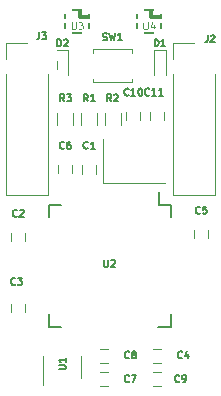
<source format=gto>
G04 #@! TF.GenerationSoftware,KiCad,Pcbnew,(6.0.0-rc1-dev-1248-ged6c68a1e)*
G04 #@! TF.CreationDate,2018-11-30T22:55:46-05:00*
G04 #@! TF.ProjectId,cuttle2fish,63757474-6c65-4326-9669-73682e6b6963,rev?*
G04 #@! TF.SameCoordinates,Original*
G04 #@! TF.FileFunction,Legend,Top*
G04 #@! TF.FilePolarity,Positive*
%FSLAX46Y46*%
G04 Gerber Fmt 4.6, Leading zero omitted, Abs format (unit mm)*
G04 Created by KiCad (PCBNEW (6.0.0-rc1-dev-1248-ged6c68a1e)) date 11/30/2018 10:55:46 PM*
%MOMM*%
%LPD*%
G01*
G04 APERTURE LIST*
%ADD10C,0.150000*%
%ADD11C,0.120000*%
%ADD12C,0.350000*%
%ADD13C,0.074930*%
%ADD14R,0.352000X1.102000*%
%ADD15R,1.102000X0.352000*%
%ADD16R,1.002000X1.802000*%
%ADD17R,0.752000X1.162000*%
%ADD18R,1.702000X1.402000*%
%ADD19R,2.002000X8.102000*%
%ADD20R,2.102000X7.602000*%
%ADD21R,0.902000X0.602000*%
%ADD22R,0.902000X0.402000*%
%ADD23R,1.002000X0.602000*%
%ADD24R,3.102000X1.802000*%
%ADD25R,0.902000X0.902000*%
%ADD26R,0.852000X0.902000*%
%ADD27R,0.902000X0.852000*%
G04 APERTURE END LIST*
D10*
G04 #@! TO.C,U2*
X117425000Y-69755000D02*
X116425000Y-69755000D01*
X117425000Y-80105000D02*
X116350000Y-80105000D01*
X107075000Y-80105000D02*
X108150000Y-80105000D01*
X107075000Y-69755000D02*
X108150000Y-69755000D01*
X117425000Y-69755000D02*
X117425000Y-70830000D01*
X107075000Y-69755000D02*
X107075000Y-70830000D01*
X107075000Y-80105000D02*
X107075000Y-79030000D01*
X117425000Y-80105000D02*
X117425000Y-79030000D01*
X116425000Y-69755000D02*
X116425000Y-68730000D01*
D11*
G04 #@! TO.C,SW1*
X110850000Y-59400000D02*
X110850000Y-59100000D01*
X114150000Y-59400000D02*
X110850000Y-59400000D01*
X114150000Y-59100000D02*
X114150000Y-59400000D01*
X110850000Y-56600000D02*
X110850000Y-56900000D01*
X114150000Y-56600000D02*
X110850000Y-56600000D01*
X114150000Y-56900000D02*
X114150000Y-56600000D01*
G04 #@! TO.C,U1*
X106640000Y-82600000D02*
X106640000Y-85050000D01*
X109860000Y-84400000D02*
X109860000Y-82600000D01*
G04 #@! TO.C,Y1*
X111650000Y-67890000D02*
X116950000Y-67890000D01*
X111650000Y-64190000D02*
X111650000Y-67890000D01*
D12*
G04 #@! TO.C,U4*
X116470000Y-53850000D02*
X115770000Y-53850000D01*
X115770000Y-53850000D02*
X115770000Y-53350000D01*
D10*
X114570000Y-53250000D02*
X116570000Y-53250000D01*
X116570000Y-53250000D02*
X116570000Y-55250000D01*
X116570000Y-55250000D02*
X114570000Y-55250000D01*
X114570000Y-55250000D02*
X114570000Y-53250000D01*
D12*
G04 #@! TO.C,U3*
X110400000Y-53850000D02*
X109700000Y-53850000D01*
X109700000Y-53850000D02*
X109700000Y-53350000D01*
D10*
X108500000Y-53250000D02*
X110500000Y-53250000D01*
X110500000Y-53250000D02*
X110500000Y-55250000D01*
X110500000Y-55250000D02*
X108500000Y-55250000D01*
X108500000Y-55250000D02*
X108500000Y-53250000D01*
D11*
G04 #@! TO.C,R3*
X107820000Y-63000000D02*
X107820000Y-62000000D01*
X109180000Y-62000000D02*
X109180000Y-63000000D01*
G04 #@! TO.C,R2*
X111820000Y-63000000D02*
X111820000Y-62000000D01*
X113180000Y-62000000D02*
X113180000Y-63000000D01*
G04 #@! TO.C,R1*
X109820000Y-63000000D02*
X109820000Y-62000000D01*
X111180000Y-62000000D02*
X111180000Y-63000000D01*
G04 #@! TO.C,J3*
X103472000Y-56090000D02*
X105250000Y-56090000D01*
X103472000Y-57420000D02*
X103472000Y-56090000D01*
X107028000Y-58690000D02*
X107028000Y-68910000D01*
X103472000Y-58690000D02*
X103472000Y-68910000D01*
X103472000Y-68910000D02*
X107028000Y-68910000D01*
G04 #@! TO.C,J2*
X117602000Y-56090000D02*
X119380000Y-56090000D01*
X117602000Y-57420000D02*
X117602000Y-56090000D01*
X121158000Y-58690000D02*
X121158000Y-68910000D01*
X117602000Y-58690000D02*
X117602000Y-68910000D01*
X117602000Y-68910000D02*
X121158000Y-68910000D01*
G04 #@! TO.C,D2*
X108750000Y-56700000D02*
X108750000Y-58800000D01*
X107750000Y-56700000D02*
X107750000Y-58800000D01*
X108750000Y-56700000D02*
X107750000Y-56700000D01*
G04 #@! TO.C,D1*
X117000000Y-56700000D02*
X117000000Y-58800000D01*
X116000000Y-56700000D02*
X116000000Y-58800000D01*
X117000000Y-56700000D02*
X116000000Y-56700000D01*
G04 #@! TO.C,C11*
X115650000Y-62600000D02*
X115650000Y-61900000D01*
X116850000Y-61900000D02*
X116850000Y-62600000D01*
G04 #@! TO.C,C10*
X113650000Y-62600000D02*
X113650000Y-61900000D01*
X114850000Y-61900000D02*
X114850000Y-62600000D01*
G04 #@! TO.C,C9*
X116600000Y-85100000D02*
X115900000Y-85100000D01*
X115900000Y-83900000D02*
X116600000Y-83900000D01*
G04 #@! TO.C,C8*
X111410000Y-81950000D02*
X112110000Y-81950000D01*
X112110000Y-83150000D02*
X111410000Y-83150000D01*
G04 #@! TO.C,C7*
X111410000Y-83900000D02*
X112110000Y-83900000D01*
X112110000Y-85100000D02*
X111410000Y-85100000D01*
G04 #@! TO.C,C6*
X109100000Y-66400000D02*
X109100000Y-67100000D01*
X107900000Y-67100000D02*
X107900000Y-66400000D01*
G04 #@! TO.C,C5*
X120600000Y-71900000D02*
X120600000Y-72600000D01*
X119400000Y-72600000D02*
X119400000Y-71900000D01*
G04 #@! TO.C,C4*
X116600000Y-83150000D02*
X115900000Y-83150000D01*
X115900000Y-81950000D02*
X116600000Y-81950000D01*
G04 #@! TO.C,C3*
X103900000Y-78850000D02*
X103900000Y-78150000D01*
X105100000Y-78150000D02*
X105100000Y-78850000D01*
G04 #@! TO.C,C2*
X103900000Y-72850000D02*
X103900000Y-72150000D01*
X105100000Y-72150000D02*
X105100000Y-72850000D01*
G04 #@! TO.C,C1*
X109900000Y-67140000D02*
X109900000Y-66440000D01*
X111100000Y-66440000D02*
X111100000Y-67140000D01*
G04 #@! TO.C,U2*
D10*
X111782857Y-74421428D02*
X111782857Y-74907142D01*
X111811428Y-74964285D01*
X111840000Y-74992857D01*
X111897142Y-75021428D01*
X112011428Y-75021428D01*
X112068571Y-74992857D01*
X112097142Y-74964285D01*
X112125714Y-74907142D01*
X112125714Y-74421428D01*
X112382857Y-74478571D02*
X112411428Y-74450000D01*
X112468571Y-74421428D01*
X112611428Y-74421428D01*
X112668571Y-74450000D01*
X112697142Y-74478571D01*
X112725714Y-74535714D01*
X112725714Y-74592857D01*
X112697142Y-74678571D01*
X112354285Y-75021428D01*
X112725714Y-75021428D01*
G04 #@! TO.C,SW1*
X111670000Y-55822857D02*
X111755714Y-55851428D01*
X111898571Y-55851428D01*
X111955714Y-55822857D01*
X111984285Y-55794285D01*
X112012857Y-55737142D01*
X112012857Y-55680000D01*
X111984285Y-55622857D01*
X111955714Y-55594285D01*
X111898571Y-55565714D01*
X111784285Y-55537142D01*
X111727142Y-55508571D01*
X111698571Y-55480000D01*
X111670000Y-55422857D01*
X111670000Y-55365714D01*
X111698571Y-55308571D01*
X111727142Y-55280000D01*
X111784285Y-55251428D01*
X111927142Y-55251428D01*
X112012857Y-55280000D01*
X112212857Y-55251428D02*
X112355714Y-55851428D01*
X112470000Y-55422857D01*
X112584285Y-55851428D01*
X112727142Y-55251428D01*
X113270000Y-55851428D02*
X112927142Y-55851428D01*
X113098571Y-55851428D02*
X113098571Y-55251428D01*
X113041428Y-55337142D01*
X112984285Y-55394285D01*
X112927142Y-55422857D01*
G04 #@! TO.C,U1*
X107921428Y-83707142D02*
X108407142Y-83707142D01*
X108464285Y-83678571D01*
X108492857Y-83650000D01*
X108521428Y-83592857D01*
X108521428Y-83478571D01*
X108492857Y-83421428D01*
X108464285Y-83392857D01*
X108407142Y-83364285D01*
X107921428Y-83364285D01*
X108521428Y-82764285D02*
X108521428Y-83107142D01*
X108521428Y-82935714D02*
X107921428Y-82935714D01*
X108007142Y-82992857D01*
X108064285Y-83050000D01*
X108092857Y-83107142D01*
G04 #@! TO.C,U4*
D13*
X115112857Y-54321428D02*
X115112857Y-54807142D01*
X115141428Y-54864285D01*
X115170000Y-54892857D01*
X115227142Y-54921428D01*
X115341428Y-54921428D01*
X115398571Y-54892857D01*
X115427142Y-54864285D01*
X115455714Y-54807142D01*
X115455714Y-54321428D01*
X115998571Y-54521428D02*
X115998571Y-54921428D01*
X115855714Y-54292857D02*
X115712857Y-54721428D01*
X116084285Y-54721428D01*
G04 #@! TO.C,U3*
X109042857Y-54321428D02*
X109042857Y-54807142D01*
X109071428Y-54864285D01*
X109100000Y-54892857D01*
X109157142Y-54921428D01*
X109271428Y-54921428D01*
X109328571Y-54892857D01*
X109357142Y-54864285D01*
X109385714Y-54807142D01*
X109385714Y-54321428D01*
X109614285Y-54321428D02*
X109985714Y-54321428D01*
X109785714Y-54550000D01*
X109871428Y-54550000D01*
X109928571Y-54578571D01*
X109957142Y-54607142D01*
X109985714Y-54664285D01*
X109985714Y-54807142D01*
X109957142Y-54864285D01*
X109928571Y-54892857D01*
X109871428Y-54921428D01*
X109700000Y-54921428D01*
X109642857Y-54892857D01*
X109614285Y-54864285D01*
G04 #@! TO.C,R3*
D10*
X108400000Y-61021428D02*
X108200000Y-60735714D01*
X108057142Y-61021428D02*
X108057142Y-60421428D01*
X108285714Y-60421428D01*
X108342857Y-60450000D01*
X108371428Y-60478571D01*
X108400000Y-60535714D01*
X108400000Y-60621428D01*
X108371428Y-60678571D01*
X108342857Y-60707142D01*
X108285714Y-60735714D01*
X108057142Y-60735714D01*
X108600000Y-60421428D02*
X108971428Y-60421428D01*
X108771428Y-60650000D01*
X108857142Y-60650000D01*
X108914285Y-60678571D01*
X108942857Y-60707142D01*
X108971428Y-60764285D01*
X108971428Y-60907142D01*
X108942857Y-60964285D01*
X108914285Y-60992857D01*
X108857142Y-61021428D01*
X108685714Y-61021428D01*
X108628571Y-60992857D01*
X108600000Y-60964285D01*
G04 #@! TO.C,R2*
X112400000Y-61021428D02*
X112200000Y-60735714D01*
X112057142Y-61021428D02*
X112057142Y-60421428D01*
X112285714Y-60421428D01*
X112342857Y-60450000D01*
X112371428Y-60478571D01*
X112400000Y-60535714D01*
X112400000Y-60621428D01*
X112371428Y-60678571D01*
X112342857Y-60707142D01*
X112285714Y-60735714D01*
X112057142Y-60735714D01*
X112628571Y-60478571D02*
X112657142Y-60450000D01*
X112714285Y-60421428D01*
X112857142Y-60421428D01*
X112914285Y-60450000D01*
X112942857Y-60478571D01*
X112971428Y-60535714D01*
X112971428Y-60592857D01*
X112942857Y-60678571D01*
X112600000Y-61021428D01*
X112971428Y-61021428D01*
G04 #@! TO.C,R1*
X110400000Y-61021428D02*
X110200000Y-60735714D01*
X110057142Y-61021428D02*
X110057142Y-60421428D01*
X110285714Y-60421428D01*
X110342857Y-60450000D01*
X110371428Y-60478571D01*
X110400000Y-60535714D01*
X110400000Y-60621428D01*
X110371428Y-60678571D01*
X110342857Y-60707142D01*
X110285714Y-60735714D01*
X110057142Y-60735714D01*
X110971428Y-61021428D02*
X110628571Y-61021428D01*
X110800000Y-61021428D02*
X110800000Y-60421428D01*
X110742857Y-60507142D01*
X110685714Y-60564285D01*
X110628571Y-60592857D01*
G04 #@! TO.C,J3*
X106300000Y-55171428D02*
X106300000Y-55600000D01*
X106271428Y-55685714D01*
X106214285Y-55742857D01*
X106128571Y-55771428D01*
X106071428Y-55771428D01*
X106528571Y-55171428D02*
X106900000Y-55171428D01*
X106700000Y-55400000D01*
X106785714Y-55400000D01*
X106842857Y-55428571D01*
X106871428Y-55457142D01*
X106900000Y-55514285D01*
X106900000Y-55657142D01*
X106871428Y-55714285D01*
X106842857Y-55742857D01*
X106785714Y-55771428D01*
X106614285Y-55771428D01*
X106557142Y-55742857D01*
X106528571Y-55714285D01*
G04 #@! TO.C,J2*
X120550000Y-55421428D02*
X120550000Y-55850000D01*
X120521428Y-55935714D01*
X120464285Y-55992857D01*
X120378571Y-56021428D01*
X120321428Y-56021428D01*
X120807142Y-55478571D02*
X120835714Y-55450000D01*
X120892857Y-55421428D01*
X121035714Y-55421428D01*
X121092857Y-55450000D01*
X121121428Y-55478571D01*
X121150000Y-55535714D01*
X121150000Y-55592857D01*
X121121428Y-55678571D01*
X120778571Y-56021428D01*
X121150000Y-56021428D01*
G04 #@! TO.C,D2*
X107807142Y-56351428D02*
X107807142Y-55751428D01*
X107950000Y-55751428D01*
X108035714Y-55780000D01*
X108092857Y-55837142D01*
X108121428Y-55894285D01*
X108150000Y-56008571D01*
X108150000Y-56094285D01*
X108121428Y-56208571D01*
X108092857Y-56265714D01*
X108035714Y-56322857D01*
X107950000Y-56351428D01*
X107807142Y-56351428D01*
X108378571Y-55808571D02*
X108407142Y-55780000D01*
X108464285Y-55751428D01*
X108607142Y-55751428D01*
X108664285Y-55780000D01*
X108692857Y-55808571D01*
X108721428Y-55865714D01*
X108721428Y-55922857D01*
X108692857Y-56008571D01*
X108350000Y-56351428D01*
X108721428Y-56351428D01*
G04 #@! TO.C,D1*
X116057142Y-56351428D02*
X116057142Y-55751428D01*
X116200000Y-55751428D01*
X116285714Y-55780000D01*
X116342857Y-55837142D01*
X116371428Y-55894285D01*
X116400000Y-56008571D01*
X116400000Y-56094285D01*
X116371428Y-56208571D01*
X116342857Y-56265714D01*
X116285714Y-56322857D01*
X116200000Y-56351428D01*
X116057142Y-56351428D01*
X116971428Y-56351428D02*
X116628571Y-56351428D01*
X116800000Y-56351428D02*
X116800000Y-55751428D01*
X116742857Y-55837142D01*
X116685714Y-55894285D01*
X116628571Y-55922857D01*
G04 #@! TO.C,C11*
X115614285Y-60464285D02*
X115585714Y-60492857D01*
X115500000Y-60521428D01*
X115442857Y-60521428D01*
X115357142Y-60492857D01*
X115300000Y-60435714D01*
X115271428Y-60378571D01*
X115242857Y-60264285D01*
X115242857Y-60178571D01*
X115271428Y-60064285D01*
X115300000Y-60007142D01*
X115357142Y-59950000D01*
X115442857Y-59921428D01*
X115500000Y-59921428D01*
X115585714Y-59950000D01*
X115614285Y-59978571D01*
X116185714Y-60521428D02*
X115842857Y-60521428D01*
X116014285Y-60521428D02*
X116014285Y-59921428D01*
X115957142Y-60007142D01*
X115900000Y-60064285D01*
X115842857Y-60092857D01*
X116757142Y-60521428D02*
X116414285Y-60521428D01*
X116585714Y-60521428D02*
X116585714Y-59921428D01*
X116528571Y-60007142D01*
X116471428Y-60064285D01*
X116414285Y-60092857D01*
G04 #@! TO.C,C10*
X113864285Y-60464285D02*
X113835714Y-60492857D01*
X113750000Y-60521428D01*
X113692857Y-60521428D01*
X113607142Y-60492857D01*
X113550000Y-60435714D01*
X113521428Y-60378571D01*
X113492857Y-60264285D01*
X113492857Y-60178571D01*
X113521428Y-60064285D01*
X113550000Y-60007142D01*
X113607142Y-59950000D01*
X113692857Y-59921428D01*
X113750000Y-59921428D01*
X113835714Y-59950000D01*
X113864285Y-59978571D01*
X114435714Y-60521428D02*
X114092857Y-60521428D01*
X114264285Y-60521428D02*
X114264285Y-59921428D01*
X114207142Y-60007142D01*
X114150000Y-60064285D01*
X114092857Y-60092857D01*
X114807142Y-59921428D02*
X114864285Y-59921428D01*
X114921428Y-59950000D01*
X114950000Y-59978571D01*
X114978571Y-60035714D01*
X115007142Y-60150000D01*
X115007142Y-60292857D01*
X114978571Y-60407142D01*
X114950000Y-60464285D01*
X114921428Y-60492857D01*
X114864285Y-60521428D01*
X114807142Y-60521428D01*
X114750000Y-60492857D01*
X114721428Y-60464285D01*
X114692857Y-60407142D01*
X114664285Y-60292857D01*
X114664285Y-60150000D01*
X114692857Y-60035714D01*
X114721428Y-59978571D01*
X114750000Y-59950000D01*
X114807142Y-59921428D01*
G04 #@! TO.C,C9*
X118150000Y-84714285D02*
X118121428Y-84742857D01*
X118035714Y-84771428D01*
X117978571Y-84771428D01*
X117892857Y-84742857D01*
X117835714Y-84685714D01*
X117807142Y-84628571D01*
X117778571Y-84514285D01*
X117778571Y-84428571D01*
X117807142Y-84314285D01*
X117835714Y-84257142D01*
X117892857Y-84200000D01*
X117978571Y-84171428D01*
X118035714Y-84171428D01*
X118121428Y-84200000D01*
X118150000Y-84228571D01*
X118435714Y-84771428D02*
X118550000Y-84771428D01*
X118607142Y-84742857D01*
X118635714Y-84714285D01*
X118692857Y-84628571D01*
X118721428Y-84514285D01*
X118721428Y-84285714D01*
X118692857Y-84228571D01*
X118664285Y-84200000D01*
X118607142Y-84171428D01*
X118492857Y-84171428D01*
X118435714Y-84200000D01*
X118407142Y-84228571D01*
X118378571Y-84285714D01*
X118378571Y-84428571D01*
X118407142Y-84485714D01*
X118435714Y-84514285D01*
X118492857Y-84542857D01*
X118607142Y-84542857D01*
X118664285Y-84514285D01*
X118692857Y-84485714D01*
X118721428Y-84428571D01*
G04 #@! TO.C,C8*
X113900000Y-82714285D02*
X113871428Y-82742857D01*
X113785714Y-82771428D01*
X113728571Y-82771428D01*
X113642857Y-82742857D01*
X113585714Y-82685714D01*
X113557142Y-82628571D01*
X113528571Y-82514285D01*
X113528571Y-82428571D01*
X113557142Y-82314285D01*
X113585714Y-82257142D01*
X113642857Y-82200000D01*
X113728571Y-82171428D01*
X113785714Y-82171428D01*
X113871428Y-82200000D01*
X113900000Y-82228571D01*
X114242857Y-82428571D02*
X114185714Y-82400000D01*
X114157142Y-82371428D01*
X114128571Y-82314285D01*
X114128571Y-82285714D01*
X114157142Y-82228571D01*
X114185714Y-82200000D01*
X114242857Y-82171428D01*
X114357142Y-82171428D01*
X114414285Y-82200000D01*
X114442857Y-82228571D01*
X114471428Y-82285714D01*
X114471428Y-82314285D01*
X114442857Y-82371428D01*
X114414285Y-82400000D01*
X114357142Y-82428571D01*
X114242857Y-82428571D01*
X114185714Y-82457142D01*
X114157142Y-82485714D01*
X114128571Y-82542857D01*
X114128571Y-82657142D01*
X114157142Y-82714285D01*
X114185714Y-82742857D01*
X114242857Y-82771428D01*
X114357142Y-82771428D01*
X114414285Y-82742857D01*
X114442857Y-82714285D01*
X114471428Y-82657142D01*
X114471428Y-82542857D01*
X114442857Y-82485714D01*
X114414285Y-82457142D01*
X114357142Y-82428571D01*
G04 #@! TO.C,C7*
X113900000Y-84714285D02*
X113871428Y-84742857D01*
X113785714Y-84771428D01*
X113728571Y-84771428D01*
X113642857Y-84742857D01*
X113585714Y-84685714D01*
X113557142Y-84628571D01*
X113528571Y-84514285D01*
X113528571Y-84428571D01*
X113557142Y-84314285D01*
X113585714Y-84257142D01*
X113642857Y-84200000D01*
X113728571Y-84171428D01*
X113785714Y-84171428D01*
X113871428Y-84200000D01*
X113900000Y-84228571D01*
X114100000Y-84171428D02*
X114500000Y-84171428D01*
X114242857Y-84771428D01*
G04 #@! TO.C,C6*
X108400000Y-64964285D02*
X108371428Y-64992857D01*
X108285714Y-65021428D01*
X108228571Y-65021428D01*
X108142857Y-64992857D01*
X108085714Y-64935714D01*
X108057142Y-64878571D01*
X108028571Y-64764285D01*
X108028571Y-64678571D01*
X108057142Y-64564285D01*
X108085714Y-64507142D01*
X108142857Y-64450000D01*
X108228571Y-64421428D01*
X108285714Y-64421428D01*
X108371428Y-64450000D01*
X108400000Y-64478571D01*
X108914285Y-64421428D02*
X108800000Y-64421428D01*
X108742857Y-64450000D01*
X108714285Y-64478571D01*
X108657142Y-64564285D01*
X108628571Y-64678571D01*
X108628571Y-64907142D01*
X108657142Y-64964285D01*
X108685714Y-64992857D01*
X108742857Y-65021428D01*
X108857142Y-65021428D01*
X108914285Y-64992857D01*
X108942857Y-64964285D01*
X108971428Y-64907142D01*
X108971428Y-64764285D01*
X108942857Y-64707142D01*
X108914285Y-64678571D01*
X108857142Y-64650000D01*
X108742857Y-64650000D01*
X108685714Y-64678571D01*
X108657142Y-64707142D01*
X108628571Y-64764285D01*
G04 #@! TO.C,C5*
X119900000Y-70464285D02*
X119871428Y-70492857D01*
X119785714Y-70521428D01*
X119728571Y-70521428D01*
X119642857Y-70492857D01*
X119585714Y-70435714D01*
X119557142Y-70378571D01*
X119528571Y-70264285D01*
X119528571Y-70178571D01*
X119557142Y-70064285D01*
X119585714Y-70007142D01*
X119642857Y-69950000D01*
X119728571Y-69921428D01*
X119785714Y-69921428D01*
X119871428Y-69950000D01*
X119900000Y-69978571D01*
X120442857Y-69921428D02*
X120157142Y-69921428D01*
X120128571Y-70207142D01*
X120157142Y-70178571D01*
X120214285Y-70150000D01*
X120357142Y-70150000D01*
X120414285Y-70178571D01*
X120442857Y-70207142D01*
X120471428Y-70264285D01*
X120471428Y-70407142D01*
X120442857Y-70464285D01*
X120414285Y-70492857D01*
X120357142Y-70521428D01*
X120214285Y-70521428D01*
X120157142Y-70492857D01*
X120128571Y-70464285D01*
G04 #@! TO.C,C4*
X118400000Y-82714285D02*
X118371428Y-82742857D01*
X118285714Y-82771428D01*
X118228571Y-82771428D01*
X118142857Y-82742857D01*
X118085714Y-82685714D01*
X118057142Y-82628571D01*
X118028571Y-82514285D01*
X118028571Y-82428571D01*
X118057142Y-82314285D01*
X118085714Y-82257142D01*
X118142857Y-82200000D01*
X118228571Y-82171428D01*
X118285714Y-82171428D01*
X118371428Y-82200000D01*
X118400000Y-82228571D01*
X118914285Y-82371428D02*
X118914285Y-82771428D01*
X118771428Y-82142857D02*
X118628571Y-82571428D01*
X119000000Y-82571428D01*
G04 #@! TO.C,C3*
X104260000Y-76494285D02*
X104231428Y-76522857D01*
X104145714Y-76551428D01*
X104088571Y-76551428D01*
X104002857Y-76522857D01*
X103945714Y-76465714D01*
X103917142Y-76408571D01*
X103888571Y-76294285D01*
X103888571Y-76208571D01*
X103917142Y-76094285D01*
X103945714Y-76037142D01*
X104002857Y-75980000D01*
X104088571Y-75951428D01*
X104145714Y-75951428D01*
X104231428Y-75980000D01*
X104260000Y-76008571D01*
X104460000Y-75951428D02*
X104831428Y-75951428D01*
X104631428Y-76180000D01*
X104717142Y-76180000D01*
X104774285Y-76208571D01*
X104802857Y-76237142D01*
X104831428Y-76294285D01*
X104831428Y-76437142D01*
X104802857Y-76494285D01*
X104774285Y-76522857D01*
X104717142Y-76551428D01*
X104545714Y-76551428D01*
X104488571Y-76522857D01*
X104460000Y-76494285D01*
G04 #@! TO.C,C2*
X104400000Y-70714285D02*
X104371428Y-70742857D01*
X104285714Y-70771428D01*
X104228571Y-70771428D01*
X104142857Y-70742857D01*
X104085714Y-70685714D01*
X104057142Y-70628571D01*
X104028571Y-70514285D01*
X104028571Y-70428571D01*
X104057142Y-70314285D01*
X104085714Y-70257142D01*
X104142857Y-70200000D01*
X104228571Y-70171428D01*
X104285714Y-70171428D01*
X104371428Y-70200000D01*
X104400000Y-70228571D01*
X104628571Y-70228571D02*
X104657142Y-70200000D01*
X104714285Y-70171428D01*
X104857142Y-70171428D01*
X104914285Y-70200000D01*
X104942857Y-70228571D01*
X104971428Y-70285714D01*
X104971428Y-70342857D01*
X104942857Y-70428571D01*
X104600000Y-70771428D01*
X104971428Y-70771428D01*
G04 #@! TO.C,C1*
X110400000Y-64964285D02*
X110371428Y-64992857D01*
X110285714Y-65021428D01*
X110228571Y-65021428D01*
X110142857Y-64992857D01*
X110085714Y-64935714D01*
X110057142Y-64878571D01*
X110028571Y-64764285D01*
X110028571Y-64678571D01*
X110057142Y-64564285D01*
X110085714Y-64507142D01*
X110142857Y-64450000D01*
X110228571Y-64421428D01*
X110285714Y-64421428D01*
X110371428Y-64450000D01*
X110400000Y-64478571D01*
X110971428Y-65021428D02*
X110628571Y-65021428D01*
X110800000Y-65021428D02*
X110800000Y-64421428D01*
X110742857Y-64507142D01*
X110685714Y-64564285D01*
X110628571Y-64592857D01*
G04 #@! TD*
%LPC*%
D14*
G04 #@! TO.C,U2*
X116000000Y-69230000D03*
X115500000Y-69230000D03*
X115000000Y-69230000D03*
X114500000Y-69230000D03*
X114000000Y-69230000D03*
X113500000Y-69230000D03*
X113000000Y-69230000D03*
X112500000Y-69230000D03*
X112000000Y-69230000D03*
X111500000Y-69230000D03*
X111000000Y-69230000D03*
X110500000Y-69230000D03*
X110000000Y-69230000D03*
X109500000Y-69230000D03*
X109000000Y-69230000D03*
X108500000Y-69230000D03*
D15*
X106550000Y-71180000D03*
X106550000Y-71680000D03*
X106550000Y-72180000D03*
X106550000Y-72680000D03*
X106550000Y-73180000D03*
X106550000Y-73680000D03*
X106550000Y-74180000D03*
X106550000Y-74680000D03*
X106550000Y-75180000D03*
X106550000Y-75680000D03*
X106550000Y-76180000D03*
X106550000Y-76680000D03*
X106550000Y-77180000D03*
X106550000Y-77680000D03*
X106550000Y-78180000D03*
X106550000Y-78680000D03*
D14*
X108500000Y-80630000D03*
X109000000Y-80630000D03*
X109500000Y-80630000D03*
X110000000Y-80630000D03*
X110500000Y-80630000D03*
X111000000Y-80630000D03*
X111500000Y-80630000D03*
X112000000Y-80630000D03*
X112500000Y-80630000D03*
X113000000Y-80630000D03*
X113500000Y-80630000D03*
X114000000Y-80630000D03*
X114500000Y-80630000D03*
X115000000Y-80630000D03*
X115500000Y-80630000D03*
X116000000Y-80630000D03*
D15*
X117950000Y-78680000D03*
X117950000Y-78180000D03*
X117950000Y-77680000D03*
X117950000Y-77180000D03*
X117950000Y-76680000D03*
X117950000Y-76180000D03*
X117950000Y-75680000D03*
X117950000Y-75180000D03*
X117950000Y-74680000D03*
X117950000Y-74180000D03*
X117950000Y-73680000D03*
X117950000Y-73180000D03*
X117950000Y-72680000D03*
X117950000Y-72180000D03*
X117950000Y-71680000D03*
X117950000Y-71180000D03*
G04 #@! TD*
D16*
G04 #@! TO.C,SW1*
X110800000Y-58000000D03*
X114200000Y-58000000D03*
G04 #@! TD*
D17*
G04 #@! TO.C,U1*
X107300000Y-82400000D03*
X109200000Y-82400000D03*
X109200000Y-84600000D03*
X108250000Y-84600000D03*
X107300000Y-84600000D03*
G04 #@! TD*
D18*
G04 #@! TO.C,Y1*
X112650000Y-65040000D03*
X115950000Y-65040000D03*
X115950000Y-67040000D03*
X112650000Y-67040000D03*
G04 #@! TD*
D19*
G04 #@! TO.C,U5*
X115860000Y-92500000D03*
X108240000Y-92500000D03*
D20*
X110750000Y-92250000D03*
X113350000Y-92250000D03*
G04 #@! TD*
D21*
G04 #@! TO.C,U4*
X114720000Y-53350000D03*
D22*
X114720000Y-54250000D03*
D21*
X114720000Y-55150000D03*
X116420000Y-55150000D03*
D22*
X116420000Y-54250000D03*
D21*
X116420000Y-53350000D03*
G04 #@! TD*
G04 #@! TO.C,U3*
X108650000Y-53350000D03*
D22*
X108650000Y-54250000D03*
D21*
X108650000Y-55150000D03*
X110350000Y-55150000D03*
D22*
X110350000Y-54250000D03*
D21*
X110350000Y-53350000D03*
G04 #@! TD*
D23*
G04 #@! TO.C,R3*
X108500000Y-61750000D03*
X108500000Y-63250000D03*
G04 #@! TD*
G04 #@! TO.C,R2*
X112500000Y-61750000D03*
X112500000Y-63250000D03*
G04 #@! TD*
G04 #@! TO.C,R1*
X110500000Y-61750000D03*
X110500000Y-63250000D03*
G04 #@! TD*
D24*
G04 #@! TO.C,J3*
X105250000Y-67580000D03*
X105250000Y-65040000D03*
X105250000Y-62500000D03*
X105250000Y-59960000D03*
X105250000Y-57420000D03*
G04 #@! TD*
G04 #@! TO.C,J2*
X119380000Y-67580000D03*
X119380000Y-65040000D03*
X119380000Y-62500000D03*
X119380000Y-59960000D03*
X119380000Y-57420000D03*
G04 #@! TD*
D25*
G04 #@! TO.C,D2*
X108250000Y-57200000D03*
X108250000Y-58800000D03*
G04 #@! TD*
G04 #@! TO.C,D1*
X116500000Y-57200000D03*
X116500000Y-58800000D03*
G04 #@! TD*
D26*
G04 #@! TO.C,C11*
X116250000Y-63000000D03*
X116250000Y-61500000D03*
G04 #@! TD*
G04 #@! TO.C,C10*
X114250000Y-63000000D03*
X114250000Y-61500000D03*
G04 #@! TD*
D27*
G04 #@! TO.C,C9*
X117000000Y-84500000D03*
X115500000Y-84500000D03*
G04 #@! TD*
G04 #@! TO.C,C8*
X111010000Y-82550000D03*
X112510000Y-82550000D03*
G04 #@! TD*
G04 #@! TO.C,C7*
X111010000Y-84500000D03*
X112510000Y-84500000D03*
G04 #@! TD*
D26*
G04 #@! TO.C,C6*
X108500000Y-66000000D03*
X108500000Y-67500000D03*
G04 #@! TD*
G04 #@! TO.C,C5*
X120000000Y-71500000D03*
X120000000Y-73000000D03*
G04 #@! TD*
D27*
G04 #@! TO.C,C4*
X117000000Y-82550000D03*
X115500000Y-82550000D03*
G04 #@! TD*
D26*
G04 #@! TO.C,C3*
X104500000Y-79250000D03*
X104500000Y-77750000D03*
G04 #@! TD*
G04 #@! TO.C,C2*
X104500000Y-73250000D03*
X104500000Y-71750000D03*
G04 #@! TD*
G04 #@! TO.C,C1*
X110500000Y-67540000D03*
X110500000Y-66040000D03*
G04 #@! TD*
M02*

</source>
